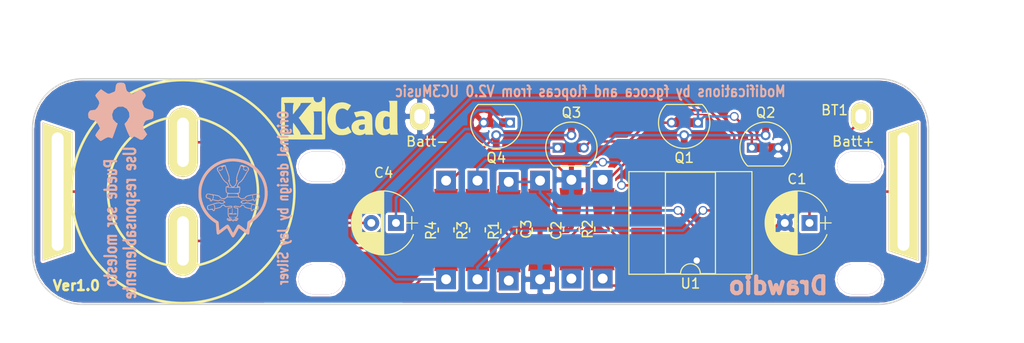
<source format=kicad_pcb>
(kicad_pcb (version 20171130) (host pcbnew 5.0.2-bee76a0~70~ubuntu18.04.1)
  (title_block (title "Drawdio (Draw + Audio)") (date 2018) (rev V1.0) (company Granabot) (comment 1 "Based on V2.0 version from UC3 Music") (comment 2 "Originally designed by Jay Silver ") (comment 3 "Version by fgcoca and flopcas"))
  (layers (0 F.Cu signal) (31 B.Cu signal) (34 B.Paste user) (35 F.Paste user) (36 B.SilkS user) (37 F.SilkS user) (38 B.Mask user) (39 F.Mask user) (44 Edge.Cuts user))
  (net 0 "")
  (net 1 GND)
  (net 2 VCC)
  (net 3 "Net-(C4-Pad2)")
  (net 4 "Net-(C4-Pad1)")
  (net 5 "Net-(P1-Pad1)")
  (net 6 "Net-(Q1-Pad2)")
  (net 7 "Net-(Q3-Pad2)")
  (net 8 "Net-(C2-Pad1)")
  (net 9 "Net-(P4-Pad2)")
  (net 10 "Net-(C3-Pad1)")
  (net 11 "Net-(P2-Pad1)")
  (net 12 "Net-(R3-Pad2)")
  (module Housings_DIP:DIP-8_W8.89mm_SMDSocket_LongPads (layer F.Cu) (at 117.221 90.17 180)
    (fp_text reference U1 (at 0 -6.14 180) (layer F.SilkS))
    (fp_text value NE555)
    (pad 1 smd rect (at -4.445 -3.81 180) (size 3.1 1.6) (layers F.Cu F.Paste F.Mask) (net 1 GND))
    (pad 5 smd rect (at 4.445 3.81 180) (size 3.1 1.6) (layers F.Cu F.Paste F.Mask) (net 8 "Net-(C2-Pad1)"))
    (pad 2 smd rect (at -4.445 -1.27 180) (size 3.1 1.6) (layers F.Cu F.Paste F.Mask) (net 10 "Net-(C3-Pad1)"))
    (pad 6 smd rect (at 4.445 1.27 180) (size 3.1 1.6) (layers F.Cu F.Paste F.Mask) (net 10 "Net-(C3-Pad1)"))
    (pad 3 smd rect (at -4.445 1.27 180) (size 3.1 1.6) (layers F.Cu F.Paste F.Mask) (net 12 "Net-(R3-Pad2)"))
    (pad 7 smd rect (at 4.445 -1.27 180) (size 3.1 1.6) (layers F.Cu F.Paste F.Mask) (net 11 "Net-(P2-Pad1)"))
    (pad 4 smd rect (at -4.445 3.81 180) (size 3.1 1.6) (layers F.Cu F.Paste F.Mask) (net 2 VCC))
    (pad 8 smd rect (at 4.445 -3.81 180) (size 3.1 1.6) (layers F.Cu F.Paste F.Mask) (net 2 VCC))
  )
  (module Resistors_Universal:Resistor_SMD+THTuniversal_0805to1206_RM10_HandSoldering (layer F.Cu) (at 105.156 90.805 90)
    (fp_text reference C2 (at -0.127 -1.524 90) (layer F.SilkS))
    (fp_text value 0.1uF)
    (pad 2 thru_hole rect (at 5.00126 0 270) (size 1.99898 1.99898) (drill 1.00076) (layers *.Cu *.Mask) (net 1 GND))
    (pad 1 thru_hole rect (at -5.00126 0 270) (size 1.99898 1.99898) (drill 1.00076) (layers *.Cu *.Mask) (net 8 "Net-(C2-Pad1)"))
    (pad 2 smd trapezoid (at 2.413 0 270) (size 3.50012 1.99898) (rect_delta 0.39878 0) (layers F.Cu F.Paste F.Mask) (net 1 GND))
    (pad 1 smd trapezoid (at -2.413 0 90) (size 3.50012 1.99898) (rect_delta 0.39878 0) (layers F.Cu F.Paste F.Mask) (net 8 "Net-(C2-Pad1)"))
  )
  (module Resistors_Universal:Resistor_SMD+THTuniversal_0805to1206_RM10_HandSoldering (layer F.Cu) (at 101.981 90.88374 270)
    (fp_text reference C3 (at -0.07874 1.397 270) (layer F.SilkS))
    (fp_text value 680pF)
    (pad 1 smd trapezoid (at -2.413 0 270) (size 3.50012 1.99898) (rect_delta 0.39878 0) (layers F.Cu F.Paste F.Mask) (net 10 "Net-(C3-Pad1)"))
    (pad 2 smd trapezoid (at 2.413 0 90) (size 3.50012 1.99898) (rect_delta 0.39878 0) (layers F.Cu F.Paste F.Mask) (net 1 GND))
    (pad 1 thru_hole rect (at -5.00126 0 90) (size 1.99898 1.99898) (drill 1.00076) (layers *.Cu *.Mask) (net 10 "Net-(C3-Pad1)"))
    (pad 2 thru_hole rect (at 5.00126 0 90) (size 1.99898 1.99898) (drill 1.00076) (layers *.Cu *.Mask) (net 1 GND))
  )
  (module Capacitors_THT:CP_Radial_D6.3mm_P2.50mm (layer F.Cu) (at 87.376 90.17 180)
    (fp_text reference C4 (at 1.25 5.08 180) (layer F.SilkS))
    (fp_text value 470uF)
    (pad 2 thru_hole circle (at 2.5 0 180) (size 1.6 1.6) (drill 0.8) (layers *.Cu *.Mask) (net 3 "Net-(C4-Pad2)"))
    (pad 1 thru_hole rect (at 0 0 180) (size 1.6 1.6) (drill 0.8) (layers *.Cu *.Mask) (net 4 "Net-(C4-Pad1)"))
  )
  (module Resistors_Universal:Resistor_SMD+THTuniversal_0805to1206_RM10_HandSoldering (layer F.Cu) (at 95.631 90.88374 270)
    (fp_text reference R3 (at 0.04826 1.524 270) (layer F.SilkS))
    (fp_text value 1K)
    (pad 1 smd trapezoid (at -2.413 0 270) (size 3.50012 1.99898) (rect_delta 0.39878 0) (layers F.Cu F.Paste F.Mask) (net 6 "Net-(Q1-Pad2)"))
    (pad 2 smd trapezoid (at 2.413 0 90) (size 3.50012 1.99898) (rect_delta 0.39878 0) (layers F.Cu F.Paste F.Mask) (net 12 "Net-(R3-Pad2)"))
    (pad 1 thru_hole rect (at -5.00126 0 90) (size 1.99898 1.99898) (drill 1.00076) (layers *.Cu *.Mask) (net 6 "Net-(Q1-Pad2)"))
    (pad 2 thru_hole rect (at 5.00126 0 90) (size 1.99898 1.99898) (drill 1.00076) (layers *.Cu *.Mask) (net 12 "Net-(R3-Pad2)"))
  )
  (module Resistors_Universal:Resistor_SMD+THTuniversal_0805to1206_RM10_HandSoldering (layer F.Cu) (at 98.806 91.01074 90)
    (fp_text reference R1 (at 0.07874 -1.524 90) (layer F.SilkS))
    (fp_text value 330K)
    (pad 1 smd trapezoid (at -2.413 0 90) (size 3.50012 1.99898) (rect_delta 0.39878 0) (layers F.Cu F.Paste F.Mask) (net 5 "Net-(P1-Pad1)"))
    (pad 2 smd trapezoid (at 2.413 0 270) (size 3.50012 1.99898) (rect_delta 0.39878 0) (layers F.Cu F.Paste F.Mask) (net 10 "Net-(C3-Pad1)"))
    (pad 1 thru_hole rect (at -5.00126 0 270) (size 1.99898 1.99898) (drill 1.00076) (layers *.Cu *.Mask) (net 5 "Net-(P1-Pad1)"))
    (pad 2 thru_hole rect (at 5.00126 0 270) (size 1.99898 1.99898) (drill 1.00076) (layers *.Cu *.Mask) (net 10 "Net-(C3-Pad1)"))
  )
  (module Resistors_Universal:Resistor_SMD+THTuniversal_0805to1206_RM10_HandSoldering (layer F.Cu) (at 108.331 90.805 270)
    (fp_text reference R2 (at 0 1.524 270) (layer F.SilkS))
    (fp_text value 10K)
    (pad 2 thru_hole rect (at 5.00126 0 90) (size 1.99898 1.99898) (drill 1.00076) (layers *.Cu *.Mask) (net 11 "Net-(P2-Pad1)"))
    (pad 1 thru_hole rect (at -5.00126 0 90) (size 1.99898 1.99898) (drill 1.00076) (layers *.Cu *.Mask) (net 2 VCC))
    (pad 2 smd trapezoid (at 2.413 0 90) (size 3.50012 1.99898) (rect_delta 0.39878 0) (layers F.Cu F.Paste F.Mask) (net 11 "Net-(P2-Pad1)"))
    (pad 1 smd trapezoid (at -2.413 0 270) (size 3.50012 1.99898) (rect_delta 0.39878 0) (layers F.Cu F.Paste F.Mask) (net 2 VCC))
  )
  (module Resistors_Universal:Resistor_SMD+THTuniversal_0805to1206_RM10_HandSoldering (layer F.Cu) (at 92.456 90.88374 270)
    (fp_text reference R4 (at 0.04826 1.524 270) (layer F.SilkS))
    (fp_text value 1K)
    (pad 2 thru_hole rect (at 5.00126 0 90) (size 1.99898 1.99898) (drill 1.00076) (layers *.Cu *.Mask) (net 9 "Net-(P4-Pad2)"))
    (pad 1 thru_hole rect (at -5.00126 0 90) (size 1.99898 1.99898) (drill 1.00076) (layers *.Cu *.Mask) (net 7 "Net-(Q3-Pad2)"))
    (pad 2 smd trapezoid (at 2.413 0 90) (size 3.50012 1.99898) (rect_delta 0.39878 0) (layers F.Cu F.Paste F.Mask) (net 9 "Net-(P4-Pad2)"))
    (pad 1 smd trapezoid (at -2.413 0 270) (size 3.50012 1.99898) (rect_delta 0.39878 0) (layers F.Cu F.Paste F.Mask) (net 7 "Net-(Q3-Pad2)"))
  )
  (module drawdio:ZipTieHole (layer F.Cu) (at 79.756 84.455)
    (fp_text reference REF** hide)
    (fp_text value ZipTieHole)
    (pad 1 thru_hole oval (at 0 0) (size 4.5 3) (drill oval 4.5 3) (layers *.Cu *.Mask))
  )
  (module drawdio:ZipTieHole (layer F.Cu) (at 79.756 95.885)
    (fp_text reference REF** hide)
    (fp_text value ZipTieHole)
    (pad 1 thru_hole oval (at 0 0) (size 4.5 3) (drill oval 4.5 3) (layers *.Cu *.Mask))
  )
  (module drawdio:ZipTieHole (layer F.Cu) (at 134.366 84.455)
    (fp_text reference REF** hide)
    (fp_text value ZipTieHole)
    (pad 1 thru_hole oval (at 0 0) (size 4.5 3) (drill oval 4.5 3) (layers *.Cu *.Mask))
  )
  (module drawdio:RS_mini_speaker_724-3100 (layer F.Cu) (at 65.786 86.995 90)
    (fp_text reference P4 hide)
    (fp_text value SPK)
    (pad 1 thru_hole oval (at 5 0 90) (size 7 3) (drill oval 5 1.2) (layers *.Cu *.Mask F.SilkS) (net 3 "Net-(C4-Pad2)"))
    (pad 2 thru_hole oval (at -5 0 90) (size 7 3) (drill oval 5 1.2) (layers *.Cu *.Mask F.SilkS) (net 9 "Net-(P4-Pad2)"))
  )
  (module drawdio:Drawdio_conn (layer F.Cu) (at 138.811 86.995 90)
    (fp_text reference P2 hide)
    (fp_text value CON2)
    (pad 1 thru_hole trapezoid (at 0 0 90) (size 13 3) (rect_delta 0 1) (drill oval 12 1.2) (layers *.Cu *.Mask F.SilkS) (net 11 "Net-(P2-Pad1)"))
  )
  (module drawdio:Drawdio_conn (layer F.Cu) (at 53.086 86.995 270)
    (fp_text reference P1 hide)
    (fp_text value CON1)
    (pad 1 thru_hole trapezoid (at 0 0 270) (size 13 3) (rect_delta 0 1) (drill oval 12 1.2) (layers *.Cu *.Mask F.SilkS) (net 5 "Net-(P1-Pad1)"))
  )
  (module Fiducials:Fiducial_1mm_Dia_2.54mm_Outer_CopperTop (layer F.Cu) (at 53.721 78.74)
    (fp_text reference SPK hide)
    (fp_text value LOGO)
  )
  (module drawdio:ZipTieHole (layer F.Cu) (at 134.366 95.885)
    (fp_text reference REF** hide)
    (fp_text value ZipTieHole)
    (pad 1 thru_hole oval (at 0 0) (size 4.5 3) (drill oval 4.5 3) (layers *.Cu *.Mask))
  )
  (module def-footprints:Logo_OSHW_small (layer B.Cu) (at 59.436 78.74 180)
    (fp_text reference G*** hide)
    (fp_text value OSHW-logo hide)
  )
  (module Capacitors_THT:CP_Radial_D6.3mm_P2.50mm (layer F.Cu) (at 129.286 90.17 180)
    (fp_text reference C1 (at 1.27 4.445 180) (layer F.SilkS))
    (fp_text value 470uF)
    (pad 2 thru_hole circle (at 2.5 0 180) (size 1.6 1.6) (drill 0.8) (layers *.Cu *.Mask) (net 1 GND))
    (pad 1 thru_hole rect (at 0 0 180) (size 1.6 1.6) (drill 0.8) (layers *.Cu *.Mask) (net 2 VCC))
  )
  (module Symbols:Symbol_KiCAD-Logo_CopperAndSilkScreenTop (layer F.Cu) (at 81.661 79.375)
    (fp_text reference REF** hide)
    (fp_text value "KiCAD Logo" hide)
  )
  (module drawdio:Granbot (layer B.Cu) (at 70.866 87.63)
    (fp_text reference G*** hide)
    (fp_text value LOGO hide)
  )
  (module drawdio:TO-92_Molded_Narrow-plus-SOT-23 (layer F.Cu) (at 117.856 80.01 180)
    (fp_text reference Q1 (at 1.27 -3.56 180) (layer F.SilkS))
    (fp_text value BC558)
    (pad 1 thru_hole rect (at -0.127 0 270) (size 1 1) (drill 0.6) (layers *.Cu *.Mask) (net 9 "Net-(P4-Pad2)"))
    (pad 3 thru_hole circle (at 2.54 0 270) (size 1 1) (drill 0.6) (layers *.Cu *.Mask) (net 2 VCC))
    (pad 2 thru_hole circle (at 1.27 -1.27 270) (size 1 1) (drill 0.6) (layers *.Cu *.Mask) (net 6 "Net-(Q1-Pad2)"))
    (pad 1 smd rect (at 0.635 0) (size 0.7 0.9) (layers F.Cu F.Paste F.Mask) (net 9 "Net-(P4-Pad2)"))
    (pad 3 smd rect (at 1.905 0) (size 0.7 0.9) (layers F.Cu F.Paste F.Mask) (net 2 VCC))
    (pad 2 smd rect (at 1.27 -2.032) (size 0.7 0.9) (layers F.Cu F.Paste F.Mask) (net 6 "Net-(Q1-Pad2)"))
  )
  (module drawdio:TO-92_Molded_Narrow-plus-SOT-23 (layer F.Cu) (at 123.571 82.55)
    (fp_text reference Q2 (at 1.27 -3.56) (layer F.SilkS))
    (fp_text value BC547)
    (pad 2 smd rect (at 1.27 -2.032 180) (size 0.7 0.9) (layers F.Cu F.Paste F.Mask) (net 6 "Net-(Q1-Pad2)"))
    (pad 3 smd rect (at 1.905 0 180) (size 0.7 0.9) (layers F.Cu F.Paste F.Mask) (net 1 GND))
    (pad 1 smd rect (at 0.635 0 180) (size 0.7 0.9) (layers F.Cu F.Paste F.Mask) (net 9 "Net-(P4-Pad2)"))
    (pad 2 thru_hole circle (at 1.27 -1.27 90) (size 1 1) (drill 0.6) (layers *.Cu *.Mask) (net 6 "Net-(Q1-Pad2)"))
    (pad 3 thru_hole circle (at 2.54 0 90) (size 1 1) (drill 0.6) (layers *.Cu *.Mask) (net 1 GND))
    (pad 1 thru_hole rect (at -0.127 0 90) (size 1 1) (drill 0.6) (layers *.Cu *.Mask) (net 9 "Net-(P4-Pad2)"))
  )
  (module drawdio:TO-92_Molded_Narrow-plus-SOT-23 (layer F.Cu) (at 103.886 82.55)
    (fp_text reference Q3 (at 1.27 -3.56) (layer F.SilkS))
    (fp_text value BC558)
    (pad 1 thru_hole rect (at -0.127 0 90) (size 1 1) (drill 0.6) (layers *.Cu *.Mask) (net 4 "Net-(C4-Pad1)"))
    (pad 3 thru_hole circle (at 2.54 0 90) (size 1 1) (drill 0.6) (layers *.Cu *.Mask) (net 2 VCC))
    (pad 2 thru_hole circle (at 1.27 -1.27 90) (size 1 1) (drill 0.6) (layers *.Cu *.Mask) (net 7 "Net-(Q3-Pad2)"))
    (pad 1 smd rect (at 0.635 0 180) (size 0.7 0.9) (layers F.Cu F.Paste F.Mask) (net 4 "Net-(C4-Pad1)"))
    (pad 3 smd rect (at 1.905 0 180) (size 0.7 0.9) (layers F.Cu F.Paste F.Mask) (net 2 VCC))
    (pad 2 smd rect (at 1.27 -2.032 180) (size 0.7 0.9) (layers F.Cu F.Paste F.Mask) (net 7 "Net-(Q3-Pad2)"))
  )
  (module drawdio:TO-92_Molded_Narrow-plus-SOT-23 (layer F.Cu) (at 98.806 80.01 180)
    (fp_text reference Q4 (at 1.27 -3.56 180) (layer F.SilkS))
    (fp_text value BC547)
    (pad 2 smd rect (at 1.27 -2.032) (size 0.7 0.9) (layers F.Cu F.Paste F.Mask) (net 7 "Net-(Q3-Pad2)"))
    (pad 3 smd rect (at 1.905 0) (size 0.7 0.9) (layers F.Cu F.Paste F.Mask) (net 1 GND))
    (pad 1 smd rect (at 0.635 0) (size 0.7 0.9) (layers F.Cu F.Paste F.Mask) (net 4 "Net-(C4-Pad1)"))
    (pad 2 thru_hole circle (at 1.27 -1.27 270) (size 1 1) (drill 0.6) (layers *.Cu *.Mask) (net 7 "Net-(Q3-Pad2)"))
    (pad 3 thru_hole circle (at 2.54 0 270) (size 1 1) (drill 0.6) (layers *.Cu *.Mask) (net 1 GND))
    (pad 1 thru_hole rect (at -0.127 0 270) (size 1 1) (drill 0.6) (layers *.Cu *.Mask) (net 4 "Net-(C4-Pad1)"))
  )
  (module drawdio:AAA_cell_holder (layer F.Cu) (at 112.141 79.375)
    (fp_text reference BT1 (at 19.685 -0.635) (layer F.SilkS))
    (fp_text value BATTERY)
    (fp_text user Batt+ (at 21.59 2.54) (layer F.SilkS))
    (fp_text user Batt- (at -21.59 2.54) (layer F.SilkS))
    (pad 1 thru_hole oval (at 22.35 0 90) (size 2.8 2) (drill oval 1.5 1.1) (layers *.Cu *.Mask F.SilkS) (net 2 VCC))
    (pad 2 thru_hole oval (at -22.35 0 90) (size 2.8 2) (drill oval 1.5 1.1) (layers *.Cu *.Mask F.SilkS) (net 1 GND))
  )
  (gr_text "Original design by Jay Silver" (at 75.946 87.63 90) (layer B.SilkS) (effects (font (size 1 0.8) (thickness 0.2)) (justify mirror)))
  (gr_text Ver1.0 (at 54.991 96.52) (layer F.SilkS) (effects (font (size 1 1) (thickness 0.25))))
  (gr_text Drawdio (at 126.111 96.52) (layer B.SilkS) (effects (font (size 1.7 1.7) (thickness 0.425)) (justify mirror)))
  (gr_text "Puede ser molesto\nUse responsablemente" (at 59.436 90.17 90) (layer B.SilkS) (effects (font (size 1.2 0.91) (thickness 0.225)) (justify mirror)))
  (gr_line (start 141.351 80.645) (end 141.351 93.345) (angle 90) (layer Edge.Cuts) (width 0.15))
  (gr_line (start 50.546 80.645) (end 50.546 93.345) (angle 90) (layer Edge.Cuts) (width 0.15))
  (gr_text "Modifications by fgcoca and flopcas from V2.0 UC3Music\n" (at 107.061 76.835) (layer B.SilkS) (effects (font (size 1.1 0.9) (thickness 0.2)) (justify mirror)))
  (gr_line (start 55.626 75.565) (end 136.271 75.565) (angle 90) (layer Edge.Cuts) (width 0.15))
  (gr_line (start 136.271 98.425) (end 55.626 98.425) (angle 90) (layer Edge.Cuts) (width 0.15))
  (gr_arc (start 55.626 80.645) (end 50.546 80.645) (angle 90) (layer Edge.Cuts) (width 0.15))
  (gr_arc (start 55.626 93.345) (end 55.626 98.425) (angle 90) (layer Edge.Cuts) (width 0.15))
  (gr_arc (start 136.271 80.645) (end 136.271 75.565) (angle 90) (layer Edge.Cuts) (width 0.15))
  (gr_arc (start 136.271 93.345) (end 141.351 93.345) (angle 90) (layer Edge.Cuts) (width 0.15))
  (segment (start 121.666 93.98) (end 120.916 93.98) (width 0.254) (layer F.Cu) (net 1))
  (segment (start 105.156 87.05723) (end 105.156 85.80374) (width 0.254) (layer F.Cu) (net 1))
  (segment (start 95.631 79.375) (end 96.266 80.01) (width 0.254) (layer F.Cu) (net 1))
  (segment (start 89.791 79.375) (end 95.631 79.375) (width 0.254) (layer F.Cu) (net 1))
  (segment (start 101.981 94.63151) (end 101.981 95.885) (width 0.254) (layer F.Cu) (net 1))
  (segment (start 101.981 93.29674) (end 101.981 94.63151) (width 0.254) (layer F.Cu) (net 1))
  (segment (start 105.156 90.12174) (end 101.981 93.29674) (width 0.254) (layer F.Cu) (net 1))
  (segment (start 105.156 85.80374) (end 105.156 90.12174) (width 0.254) (layer F.Cu) (net 1))
  (segment (start 126.226 90.17) (end 126.786 90.17) (width 0.254) (layer F.Cu) (net 1))
  (segment (start 122.416 93.98) (end 126.226 90.17) (width 0.254) (layer F.Cu) (net 1))
  (segment (start 121.666 93.98) (end 122.416 93.98) (width 0.254) (layer F.Cu) (net 1))
  (segment (start 126.786 83.225) (end 126.111 82.55) (width 0.254) (layer B.Cu) (net 1))
  (segment (start 126.786 90.17) (end 126.786 83.225) (width 0.254) (layer B.Cu) (net 1))
  (segment (start 101.981 95.885) (end 101.981 97.13849) (width 0.254) (layer B.Cu) (net 1))
  (segment (start 101.981 97.13849) (end 102.029261 97.186751) (width 0.254) (layer B.Cu) (net 1))
  (segment (start 114.681 97.155) (end 117.856 93.98) (width 0.254) (layer B.Cu) (net 1))
  (segment (start 102.63251 97.79) (end 114.046 97.79) (width 0.254) (layer B.Cu) (net 1))
  (segment (start 101.981 97.13849) (end 102.63251 97.79) (width 0.254) (layer B.Cu) (net 1))
  (segment (start 114.046 97.79) (end 114.681 97.155) (width 0.254) (layer B.Cu) (net 1))
  (segment (start 117.856 93.98) (end 117.856 93.98) (width 0.254) (layer B.Cu) (net 1))
  (via (at 117.856 93.98) (size 0.889) (drill 0.635) (layers F.Cu B.Cu) (net 1))
  (segment (start 121.666 93.98) (end 117.856 93.98) (width 0.254) (layer F.Cu) (net 1))
  (segment (start 101.981 82.62874) (end 105.156 85.80374) (width 0.254) (layer F.Cu) (net 1))
  (segment (start 101.981 81.372198) (end 101.981 82.62874) (width 0.254) (layer F.Cu) (net 1))
  (segment (start 99.737801 79.128999) (end 101.981 81.372198) (width 0.254) (layer F.Cu) (net 1))
  (segment (start 96.266 80.01) (end 97.147001 79.128999) (width 0.254) (layer F.Cu) (net 1))
  (segment (start 97.147001 79.128999) (end 99.737801 79.128999) (width 0.254) (layer F.Cu) (net 1))
  (segment (start 96.266 80.01) (end 96.901 80.01) (width 0.254) (layer F.Cu) (net 1))
  (segment (start 126.111 82.55) (end 125.476 82.55) (width 0.254) (layer F.Cu) (net 1))
  (segment (start 108.966 85.16874) (end 108.331 85.80374) (width 0.4) (layer B.Cu) (net 2))
  (segment (start 108.331 85.80374) (end 108.331 89.3) (width 0.4) (layer F.Cu) (net 2))
  (segment (start 113.011 93.98) (end 113.411 93.98) (width 0.4) (layer F.Cu) (net 2))
  (segment (start 108.966 85.16874) (end 108.331 85.80374) (width 0.254) (layer F.Cu) (net 2))
  (segment (start 108.331 87.05723) (end 108.331 85.80374) (width 0.254) (layer F.Cu) (net 2))
  (segment (start 129.286 89.116) (end 129.286 90.17) (width 0.254) (layer F.Cu) (net 2))
  (segment (start 134.491 79.775) (end 129.286 84.98) (width 0.254) (layer F.Cu) (net 2))
  (segment (start 134.491 79.375) (end 134.491 79.775) (width 0.254) (layer F.Cu) (net 2))
  (segment (start 121.666 86.36) (end 124.841 86.36) (width 0.254) (layer F.Cu) (net 2))
  (segment (start 126.111 85.09) (end 129.286 85.09) (width 0.254) (layer F.Cu) (net 2))
  (segment (start 124.841 86.36) (end 126.111 85.09) (width 0.254) (layer F.Cu) (net 2))
  (segment (start 129.286 84.98) (end 129.286 85.09) (width 0.254) (layer F.Cu) (net 2))
  (segment (start 129.286 85.09) (end 129.286 89.116) (width 0.254) (layer F.Cu) (net 2))
  (segment (start 112.026 93.98) (end 112.776 93.98) (width 0.254) (layer F.Cu) (net 2))
  (segment (start 111.566008 92.770008) (end 112.776 93.98) (width 0.254) (layer F.Cu) (net 2))
  (segment (start 110.972 92.770008) (end 111.566008 92.770008) (width 0.254) (layer F.Cu) (net 2))
  (segment (start 108.331 85.80374) (end 108.331 90.129008) (width 0.254) (layer F.Cu) (net 2))
  (segment (start 108.331 90.129008) (end 110.972 92.770008) (width 0.254) (layer F.Cu) (net 2))
  (segment (start 114.608894 80.01) (end 115.316 80.01) (width 0.254) (layer F.Cu) (net 2))
  (segment (start 112.87125 80.01) (end 114.608894 80.01) (width 0.254) (layer F.Cu) (net 2))
  (segment (start 110.96625 81.915) (end 112.87125 80.01) (width 0.254) (layer F.Cu) (net 2))
  (segment (start 106.426 82.55) (end 107.061 81.915) (width 0.254) (layer F.Cu) (net 2))
  (segment (start 107.061 81.915) (end 110.96625 81.915) (width 0.254) (layer F.Cu) (net 2))
  (segment (start 110.871 83.82) (end 110.871 82.01025) (width 0.254) (layer F.Cu) (net 2))
  (segment (start 108.331 85.80374) (end 108.88726 85.80374) (width 0.254) (layer F.Cu) (net 2))
  (segment (start 110.871 82.01025) (end 110.96625 81.915) (width 0.254) (layer F.Cu) (net 2))
  (segment (start 108.88726 85.80374) (end 110.871 83.82) (width 0.254) (layer F.Cu) (net 2))
  (segment (start 106.426 82.55) (end 105.791 82.55) (width 0.254) (layer F.Cu) (net 2))
  (segment (start 115.316 80.01) (end 115.951 80.01) (width 0.254) (layer F.Cu) (net 2))
  (segment (start 121.666 85.306) (end 121.666 86.36) (width 0.254) (layer F.Cu) (net 2))
  (segment (start 121.666 81.28) (end 121.666 85.306) (width 0.254) (layer F.Cu) (net 2))
  (segment (start 119.126 78.74) (end 121.666 81.28) (width 0.254) (layer F.Cu) (net 2))
  (segment (start 115.316 80.01) (end 116.586 78.74) (width 0.254) (layer F.Cu) (net 2))
  (segment (start 116.586 78.74) (end 119.126 78.74) (width 0.254) (layer F.Cu) (net 2))
  (segment (start 67.136 80.645) (end 65.786 81.995) (width 0.254) (layer F.Cu) (net 3))
  (segment (start 83.74463 90.17) (end 84.876 90.17) (width 0.254) (layer F.Cu) (net 3))
  (segment (start 76.581 90.17) (end 83.74463 90.17) (width 0.254) (layer F.Cu) (net 3))
  (segment (start 65.786 81.995) (end 68.406 81.995) (width 0.254) (layer F.Cu) (net 3))
  (segment (start 68.406 81.995) (end 76.581 90.17) (width 0.254) (layer F.Cu) (net 3))
  (segment (start 103.759 82.55) (end 104.521 82.55) (width 0.254) (layer F.Cu) (net 4))
  (segment (start 94.348302 80.657698) (end 94.996 80.657698) (width 0.254) (layer B.Cu) (net 4))
  (segment (start 87.376 90.17) (end 87.376 87.63) (width 0.254) (layer B.Cu) (net 4))
  (segment (start 87.376 87.63) (end 94.348302 80.657698) (width 0.254) (layer B.Cu) (net 4))
  (segment (start 98.179 80.01) (end 98.933 80.01) (width 0.254) (layer B.Cu) (net 4))
  (segment (start 96.901 82.55) (end 94.996 80.645) (width 0.254) (layer B.Cu) (net 4))
  (segment (start 94.996 80.645) (end 94.996 79.375) (width 0.254) (layer B.Cu) (net 4))
  (segment (start 95.631 78.74) (end 96.909 78.74) (width 0.254) (layer B.Cu) (net 4))
  (segment (start 103.759 82.55) (end 96.901 82.55) (width 0.254) (layer B.Cu) (net 4))
  (segment (start 94.996 79.375) (end 95.631 78.74) (width 0.254) (layer B.Cu) (net 4))
  (segment (start 96.909 78.74) (end 98.179 80.01) (width 0.254) (layer B.Cu) (net 4))
  (segment (start 98.806 91.44) (end 98.806 93.42374) (width 0.254) (layer F.Cu) (net 5))
  (segment (start 67.056 86.995) (end 72.771 92.71) (width 0.254) (layer F.Cu) (net 5))
  (segment (start 53.086 86.995) (end 67.056 86.995) (width 0.254) (layer F.Cu) (net 5))
  (segment (start 98.171 90.805) (end 98.806 91.44) (width 0.254) (layer F.Cu) (net 5))
  (segment (start 72.771 92.71) (end 89.281 92.71) (width 0.254) (layer F.Cu) (net 5))
  (segment (start 89.281 92.71) (end 91.186 90.805) (width 0.254) (layer F.Cu) (net 5))
  (segment (start 91.186 90.805) (end 98.171 90.805) (width 0.254) (layer F.Cu) (net 5))
  (segment (start 98.806 96.012) (end 98.806 93.42374) (width 0.254) (layer F.Cu) (net 5))
  (segment (start 95.631 85.88248) (end 95.631 88.384732) (width 0.254) (layer F.Cu) (net 6))
  (segment (start 116.586 81.28) (end 124.841 81.28) (width 0.254) (layer B.Cu) (net 6))
  (segment (start 116.586 81.28) (end 116.586 82.042) (width 0.254) (layer F.Cu) (net 6))
  (segment (start 124.841 81.28) (end 124.841 80.518) (width 0.254) (layer F.Cu) (net 6))
  (segment (start 95.631 84.62899) (end 95.631 85.88248) (width 0.254) (layer B.Cu) (net 6))
  (segment (start 96.43999 83.82) (end 95.631 84.62899) (width 0.254) (layer B.Cu) (net 6))
  (segment (start 107.109258 83.82) (end 96.43999 83.82) (width 0.254) (layer B.Cu) (net 6))
  (segment (start 116.586 81.28) (end 109.649258 81.28) (width 0.254) (layer B.Cu) (net 6))
  (segment (start 109.649258 81.28) (end 107.109258 83.82) (width 0.254) (layer B.Cu) (net 6))
  (segment (start 92.456 85.106) (end 92.456 85.88248) (width 0.254) (layer B.Cu) (net 7))
  (segment (start 92.93352 85.88248) (end 92.456 85.88248) (width 0.254) (layer F.Cu) (net 7))
  (segment (start 97.536 81.28) (end 92.93352 85.88248) (width 0.254) (layer F.Cu) (net 7))
  (segment (start 105.156 81.28) (end 97.536 81.28) (width 0.254) (layer B.Cu) (net 7))
  (segment (start 92.456 85.88248) (end 92.456 88.47074) (width 0.254) (layer F.Cu) (net 7))
  (segment (start 105.156 81.28) (end 105.156 80.518) (width 0.254) (layer F.Cu) (net 7))
  (segment (start 97.536 81.28) (end 97.536 82.042) (width 0.254) (layer F.Cu) (net 7))
  (segment (start 113.83 86.36) (end 111.957 86.36) (width 0.254) (layer F.Cu) (net 8))
  (segment (start 111.957 86.36) (end 113.411 86.36) (width 0.254) (layer F.Cu) (net 8))
  (segment (start 108.331 83.82) (end 108.331 83.82) (width 0.254) (layer F.Cu) (net 8))
  (segment (start 106.73589 84.714068) (end 107.439448 84.01051) (width 0.254) (layer F.Cu) (net 8))
  (segment (start 107.702383 84.01051) (end 108.331 84.01051) (width 0.254) (layer F.Cu) (net 8))
  (segment (start 110.236 86.36) (end 110.236 86.36) (width 0.254) (layer B.Cu) (net 8))
  (segment (start 106.73589 89.901102) (end 106.73589 84.714068) (width 0.254) (layer F.Cu) (net 8))
  (segment (start 105.156 91.480992) (end 106.73589 89.901102) (width 0.254) (layer F.Cu) (net 8))
  (segment (start 105.156 95.80626) (end 105.156 91.480992) (width 0.254) (layer F.Cu) (net 8))
  (via (at 108.331 84.01051) (size 0.889) (drill 0.635) (layers F.Cu B.Cu) (net 8))
  (segment (start 107.439448 84.01051) (end 107.702383 84.01051) (width 0.254) (layer F.Cu) (net 8))
  (via (at 110.236 86.36) (size 0.889) (drill 0.635) (layers F.Cu B.Cu) (net 8))
  (segment (start 110.236 86.36) (end 112.776 86.36) (width 0.254) (layer F.Cu) (net 8))
  (segment (start 108.959617 84.01051) (end 108.331 84.01051) (width 0.254) (layer B.Cu) (net 8))
  (segment (start 109.79151 84.01051) (end 108.959617 84.01051) (width 0.254) (layer B.Cu) (net 8))
  (segment (start 110.236 86.36) (end 110.236 84.455) (width 0.254) (layer B.Cu) (net 8))
  (segment (start 110.236 84.455) (end 109.79151 84.01051) (width 0.254) (layer B.Cu) (net 8))
  (segment (start 92.456 95.885) (end 92.456 93.382748) (width 0.254) (layer F.Cu) (net 9))
  (segment (start 123.444 82.55) (end 123.444 81.153) (width 0.254) (layer F.Cu) (net 9))
  (segment (start 123.444 81.153) (end 121.666 79.375) (width 0.254) (layer F.Cu) (net 9))
  (via (at 121.666 79.375) (size 0.889) (drill 0.635) (layers F.Cu B.Cu) (net 9))
  (segment (start 118.618 79.375) (end 117.983 80.01) (width 0.254) (layer B.Cu) (net 9))
  (segment (start 121.666 79.375) (end 118.618 79.375) (width 0.254) (layer B.Cu) (net 9))
  (segment (start 68.246 91.995) (end 74.01701 97.76601) (width 0.254) (layer F.Cu) (net 9))
  (segment (start 65.786 91.995) (end 68.246 91.995) (width 0.254) (layer F.Cu) (net 9))
  (segment (start 74.01701 97.76601) (end 88.03499 97.76601) (width 0.254) (layer F.Cu) (net 9))
  (segment (start 88.03499 97.76601) (end 89.916 95.885) (width 0.254) (layer F.Cu) (net 9))
  (segment (start 89.916 95.885) (end 92.456 95.885) (width 0.254) (layer F.Cu) (net 9))
  (segment (start 117.221 80.01) (end 117.983 80.01) (width 0.254) (layer F.Cu) (net 9))
  (segment (start 123.444 82.55) (end 124.206 82.55) (width 0.254) (layer F.Cu) (net 9))
  (segment (start 91.20251 95.885) (end 92.456 95.885) (width 0.254) (layer B.Cu) (net 9))
  (segment (start 117.983 78.867) (end 116.586 77.47) (width 0.254) (layer B.Cu) (net 9))
  (segment (start 82.931 91.44) (end 87.376 95.885) (width 0.254) (layer B.Cu) (net 9))
  (segment (start 117.983 80.01) (end 117.983 78.867) (width 0.254) (layer B.Cu) (net 9))
  (segment (start 87.376 95.885) (end 91.20251 95.885) (width 0.254) (layer B.Cu) (net 9))
  (segment (start 94.996 77.47) (end 82.931 89.535) (width 0.254) (layer B.Cu) (net 9))
  (segment (start 116.586 77.47) (end 94.996 77.47) (width 0.254) (layer B.Cu) (net 9))
  (segment (start 82.931 89.535) (end 82.931 91.44) (width 0.254) (layer B.Cu) (net 9))
  (segment (start 97.79 86.487) (end 97.79 88.384) (width 0.254) (layer F.Cu) (net 10))
  (segment (start 101.854 86.00948) (end 101.981 85.88248) (width 0.254) (layer F.Cu) (net 10))
  (segment (start 101.854 86.00948) (end 101.981 85.88248) (width 0.254) (layer B.Cu) (net 10))
  (segment (start 98.806 86.00948) (end 101.854 86.00948) (width 0.254) (layer B.Cu) (net 10))
  (segment (start 115.951 88.9) (end 115.951 88.9) (width 0.254) (layer F.Cu) (net 10))
  (segment (start 101.981 87.13597) (end 103.74503 88.9) (width 0.254) (layer B.Cu) (net 10))
  (segment (start 121.666 91.44) (end 118.491 91.44) (width 0.254) (layer F.Cu) (net 10))
  (segment (start 112.776 88.9) (end 115.951 88.9) (width 0.254) (layer F.Cu) (net 10))
  (segment (start 116.395499 89.344499) (end 115.951 88.9) (width 0.254) (layer F.Cu) (net 10))
  (segment (start 118.491 91.44) (end 116.395499 89.344499) (width 0.254) (layer F.Cu) (net 10))
  (via (at 115.951 88.9) (size 0.889) (drill 0.635) (layers F.Cu B.Cu) (net 10))
  (segment (start 103.74503 88.9) (end 115.322383 88.9) (width 0.254) (layer B.Cu) (net 10))
  (segment (start 101.981 85.88248) (end 101.981 87.13597) (width 0.254) (layer B.Cu) (net 10))
  (segment (start 115.322383 88.9) (end 115.951 88.9) (width 0.254) (layer B.Cu) (net 10))
  (segment (start 98.806 86.00948) (end 98.806 88.59774) (width 0.254) (layer F.Cu) (net 10))
  (segment (start 101.981 85.88248) (end 101.981 88.47074) (width 0.254) (layer F.Cu) (net 10))
  (segment (start 108.331 95.80626) (end 108.331 93.218) (width 0.254) (layer F.Cu) (net 11))
  (segment (start 134.366 87.63) (end 135.001 86.995) (width 0.254) (layer F.Cu) (net 11))
  (segment (start 129.286 96.52) (end 134.366 91.44) (width 0.254) (layer F.Cu) (net 11))
  (segment (start 134.366 91.44) (end 134.366 87.63) (width 0.254) (layer F.Cu) (net 11))
  (segment (start 108.331 95.80626) (end 109.04474 96.52) (width 0.254) (layer F.Cu) (net 11))
  (segment (start 135.001 86.995) (end 138.811 86.995) (width 0.254) (layer F.Cu) (net 11))
  (segment (start 109.04474 96.52) (end 129.286 96.52) (width 0.254) (layer F.Cu) (net 11))
  (segment (start 108.331 93.218) (end 110.998 95.885) (width 0.254) (layer F.Cu) (net 11))
  (segment (start 113.906802 95.885) (end 115.316 94.475802) (width 0.254) (layer F.Cu) (net 11))
  (segment (start 110.998 95.885) (end 113.906802 95.885) (width 0.254) (layer F.Cu) (net 11))
  (segment (start 113.526 91.44) (end 112.776 91.44) (width 0.254) (layer F.Cu) (net 11))
  (segment (start 115.316 93.23) (end 113.526 91.44) (width 0.254) (layer F.Cu) (net 11))
  (segment (start 115.316 94.475802) (end 115.316 93.23) (width 0.254) (layer F.Cu) (net 11))
  (segment (start 121.431 88.9) (end 121.031 88.9) (width 0.254) (layer F.Cu) (net 12))
  (segment (start 99.33052 90.93199) (end 116.07799 90.93199) (width 0.254) (layer B.Cu) (net 12))
  (segment (start 95.631 95.885) (end 95.631 94.63151) (width 0.254) (layer B.Cu) (net 12))
  (segment (start 95.631 94.63151) (end 99.33052 90.93199) (width 0.254) (layer B.Cu) (net 12))
  (segment (start 116.07799 90.93199) (end 116.45901 90.93199) (width 0.254) (layer B.Cu) (net 12))
  (segment (start 116.45901 90.93199) (end 118.491 88.9) (width 0.254) (layer B.Cu) (net 12))
  (segment (start 118.491 88.9) (end 118.491 88.9) (width 0.254) (layer B.Cu) (net 12))
  (via (at 118.491 88.9) (size 0.889) (drill 0.635) (layers F.Cu B.Cu) (net 12))
  (segment (start 118.491 88.9) (end 121.666 88.9) (width 0.254) (layer F.Cu) (net 12))
  (segment (start 95.631 95.885) (end 95.631 93.29674) (width 0.254) (layer F.Cu) (net 12))
  (zone (net 1) (net_name GND) (layer F.Cu) (connect_pads (clearance 0.1)) (min_thickness 0.1) (fill yes (arc_segments 16) (thermal_gap 0.508) (thermal_bridge_width 0.508))
    (polygon (pts (xy 49.022 72.898) (xy 144.653 73.914) (xy 142.494 100.838) (xy 49.403 99.314)))
  )
  (zone (net 1) (net_name GND) (layer B.Cu) (connect_pads (clearance 0.1)) (min_thickness 0.1) (fill yes (arc_segments 16) (thermal_gap 0.508) (thermal_bridge_width 0.508))
    (polygon (pts (xy 145.669 73.025) (xy 47.244 71.882) (xy 48.006 102.362) (xy 145.923 101.727)))
  )
)
</source>
